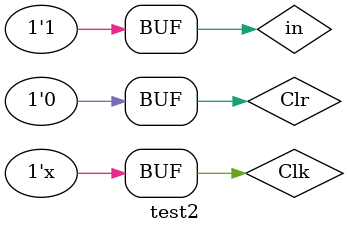
<source format=v>
`timescale 1ns / 1ps


module test2;

	// Inputs
	reg in;
	reg Clk;
	reg Clr;

	// Outputs
	wire out;

	// Instantiate the Unit Under Test (UUT)
	practice uut (
		.in(in), 
		.Clk(Clk), 
		.Clr(Clr), 
		.out(out)
	);

	initial begin
		// Initialize Inputs
		Clk = 0;
		Clr = 0;
		in=0;
		#10
		in=1;
		#10
		in=0;
		#10
		in=1;
		#10
		in=1;
		#10
		in=0;
		#10
		in=1;
		#10
		in=1;
		#10
		in=0;
		#10
		in=1;
		#10
		in=1;
		#10
		in=0;
		#10
		in=1;
		#10
		in=1;
		#10
		in=0;
		#10
		in=1;
		
		
		// Wait 100 ns for global reset to finish
        
		// Add stimulus here

	end
   always #5 Clk=~Clk;
endmodule


</source>
